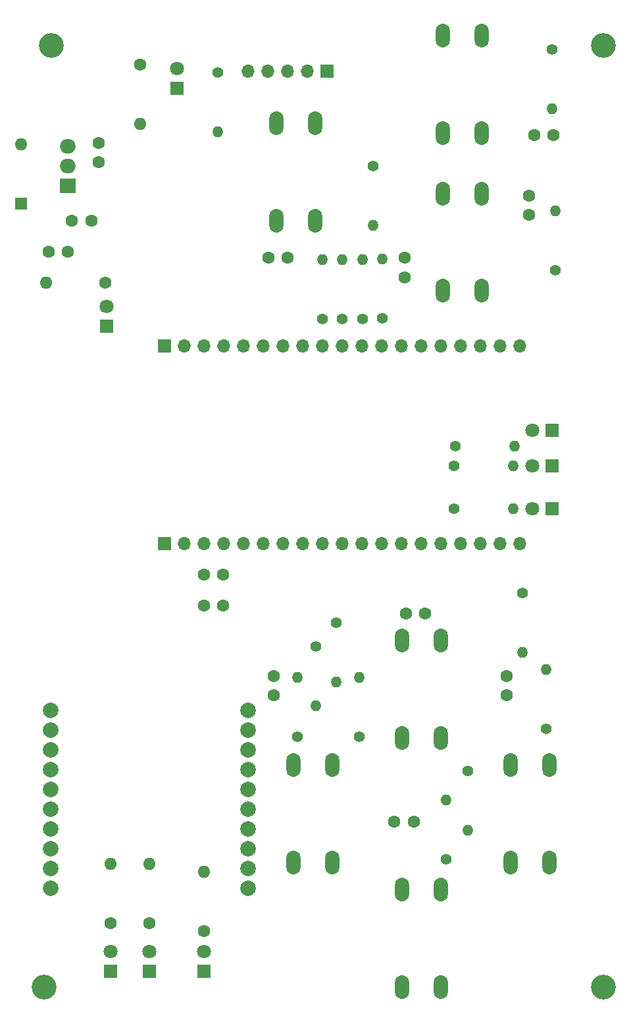
<source format=gbr>
%TF.GenerationSoftware,KiCad,Pcbnew,7.0.2*%
%TF.CreationDate,2024-06-30T13:29:07+09:00*%
%TF.ProjectId,______,b3f3c8ed-fce9-42e6-9b69-6361645f7063,rev?*%
%TF.SameCoordinates,PX6422c40PY981c6e0*%
%TF.FileFunction,Soldermask,Top*%
%TF.FilePolarity,Negative*%
%FSLAX46Y46*%
G04 Gerber Fmt 4.6, Leading zero omitted, Abs format (unit mm)*
G04 Created by KiCad (PCBNEW 7.0.2) date 2024-06-30 13:29:07*
%MOMM*%
%LPD*%
G01*
G04 APERTURE LIST*
%ADD10C,1.400000*%
%ADD11O,1.400000X1.400000*%
%ADD12R,2.000000X1.905000*%
%ADD13O,2.000000X1.905000*%
%ADD14C,1.600000*%
%ADD15C,3.200000*%
%ADD16O,1.600000X1.600000*%
%ADD17O,1.850000X3.048000*%
%ADD18R,1.800000X1.800000*%
%ADD19C,1.800000*%
%ADD20R,1.700000X1.700000*%
%ADD21O,1.700000X1.700000*%
%ADD22C,2.000000*%
%ADD23R,1.600000X1.600000*%
G04 APERTURE END LIST*
D10*
%TO.C,R4*%
X44500000Y50810000D03*
D11*
X44500000Y43190000D03*
%TD*%
D12*
%TO.C,U1*%
X9945000Y106960000D03*
D13*
X9945000Y109500000D03*
X9945000Y112040000D03*
%TD*%
D14*
%TO.C,C1*%
X36500000Y44000000D03*
X36500000Y41500000D03*
%TD*%
%TO.C,C10*%
X27500000Y57000000D03*
X30000000Y57000000D03*
%TD*%
D15*
%TO.C,H4*%
X78910000Y4000000D03*
%TD*%
D10*
%TO.C,R12*%
X47886421Y89898081D03*
D11*
X47886421Y97518081D03*
%TD*%
D10*
%TO.C,R3*%
X47500000Y36190000D03*
D11*
X47500000Y43810000D03*
%TD*%
D14*
%TO.C,C13*%
X7500000Y98500000D03*
X10000000Y98500000D03*
%TD*%
D10*
%TO.C,R7*%
X71500000Y37190000D03*
D11*
X71500000Y44810000D03*
%TD*%
D14*
%TO.C,R22*%
X27500000Y11190000D03*
D16*
X27500000Y18810000D03*
%TD*%
D14*
%TO.C,C3*%
X54500000Y25240000D03*
X52000000Y25240000D03*
%TD*%
%TO.C,R20*%
X20500000Y12190000D03*
D16*
X20500000Y19810000D03*
%TD*%
D15*
%TO.C,H2*%
X7910000Y125000000D03*
%TD*%
D10*
%TO.C,R1*%
X39500000Y36190000D03*
D11*
X39500000Y43810000D03*
%TD*%
D17*
%TO.C,SW2*%
X53000000Y36000000D03*
X53000000Y48500000D03*
X58000000Y36000000D03*
X58000000Y48500000D03*
%TD*%
D14*
%TO.C,C4*%
X66500000Y44000000D03*
X66500000Y41500000D03*
%TD*%
%TO.C,C11*%
X14000000Y112500000D03*
X14000000Y110000000D03*
%TD*%
D17*
%TO.C,SW7*%
X36803081Y102468081D03*
X36803081Y114968081D03*
X41803081Y102468081D03*
X41803081Y114968081D03*
%TD*%
D14*
%TO.C,R21*%
X15500000Y12190000D03*
D16*
X15500000Y19810000D03*
%TD*%
D10*
%TO.C,R11*%
X72303081Y124518081D03*
D11*
X72303081Y116898081D03*
%TD*%
D14*
%TO.C,C5*%
X69303081Y103208081D03*
X69303081Y105708081D03*
%TD*%
D10*
%TO.C,R9*%
X72740623Y96154000D03*
D11*
X72740623Y103774000D03*
%TD*%
D15*
%TO.C,H3*%
X6910000Y4000000D03*
%TD*%
%TO.C,H1*%
X78910000Y125000000D03*
%TD*%
D18*
%TO.C,D9*%
X15000000Y88960000D03*
D19*
X15000000Y91500000D03*
%TD*%
D18*
%TO.C,D1*%
X72303688Y75513042D03*
D19*
X69763688Y75513042D03*
%TD*%
D10*
%TO.C,R5*%
X58650000Y20430000D03*
D11*
X58650000Y28050000D03*
%TD*%
D14*
%TO.C,R23*%
X19303081Y122518081D03*
D16*
X19303081Y114898081D03*
%TD*%
D10*
%TO.C,R6*%
X61500000Y31810000D03*
D11*
X61500000Y24190000D03*
%TD*%
D20*
%TO.C,SW8*%
X43353081Y121683081D03*
D21*
X40813081Y121683081D03*
X38273081Y121683081D03*
X35733081Y121683081D03*
X33193081Y121683081D03*
%TD*%
D14*
%TO.C,C7*%
X53303081Y97708081D03*
X53303081Y95208081D03*
%TD*%
D17*
%TO.C,SW6*%
X58240623Y113724000D03*
X58240623Y126224000D03*
X63240623Y113724000D03*
X63240623Y126224000D03*
%TD*%
D18*
%TO.C,D5*%
X15500000Y6000000D03*
D19*
X15500000Y8540000D03*
%TD*%
D17*
%TO.C,SW3*%
X53000000Y4000000D03*
X53000000Y16500000D03*
X58000000Y4000000D03*
X58000000Y16500000D03*
%TD*%
D10*
%TO.C,R15*%
X29303081Y121518081D03*
D11*
X29303081Y113898081D03*
%TD*%
D17*
%TO.C,SW1*%
X39000000Y20000000D03*
X39000000Y32500000D03*
X44000000Y20000000D03*
X44000000Y32500000D03*
%TD*%
D18*
%TO.C,D4*%
X20500000Y6000000D03*
D19*
X20500000Y8540000D03*
%TD*%
D10*
%TO.C,R10*%
X45303081Y89898081D03*
D11*
X45303081Y97518081D03*
%TD*%
D10*
%TO.C,R2*%
X41888701Y47810000D03*
D11*
X41888701Y40190000D03*
%TD*%
D18*
%TO.C,D3*%
X72303081Y65500000D03*
D19*
X69763081Y65500000D03*
%TD*%
D14*
%TO.C,R24*%
X14810000Y94500000D03*
D16*
X7190000Y94500000D03*
%TD*%
D17*
%TO.C,SW5*%
X58240623Y93468081D03*
X58240623Y105968081D03*
X63240623Y93468081D03*
X63240623Y105968081D03*
%TD*%
D14*
%TO.C,C8*%
X38303081Y97708081D03*
X35803081Y97708081D03*
%TD*%
D22*
%TO.C,U3*%
X33200000Y16710000D03*
X7800000Y16710000D03*
X33200000Y19250000D03*
X7800000Y19250000D03*
X33200000Y21790000D03*
X7800000Y21790000D03*
X33200000Y24330000D03*
X7800000Y24330000D03*
X33200000Y26870000D03*
X7800000Y26870000D03*
X33200000Y29410000D03*
X7800000Y29410000D03*
X33200000Y31950000D03*
X7800000Y31950000D03*
X33200000Y34490000D03*
X7800000Y34490000D03*
X33200000Y37030000D03*
X7800000Y37030000D03*
X33200000Y39570000D03*
X7800000Y39570000D03*
%TD*%
D10*
%TO.C,R13*%
X49303081Y109518081D03*
D11*
X49303081Y101898081D03*
%TD*%
D23*
%TO.C,D8*%
X4000000Y104690000D03*
D16*
X4000000Y112310000D03*
%TD*%
D14*
%TO.C,C2*%
X53500000Y52000000D03*
X56000000Y52000000D03*
%TD*%
%TO.C,C6*%
X70000000Y113500000D03*
X72500000Y113500000D03*
%TD*%
%TO.C,C12*%
X10500000Y102500000D03*
X13000000Y102500000D03*
%TD*%
D18*
%TO.C,D2*%
X72303688Y70971277D03*
D19*
X69763688Y70971277D03*
%TD*%
D10*
%TO.C,R18*%
X59690000Y71000000D03*
D11*
X67310000Y71000000D03*
%TD*%
D18*
%TO.C,D7*%
X24000000Y119500000D03*
D19*
X24000000Y122040000D03*
%TD*%
D10*
%TO.C,R19*%
X59690000Y65500000D03*
D11*
X67310000Y65500000D03*
%TD*%
D10*
%TO.C,R8*%
X68500000Y54620000D03*
D11*
X68500000Y47000000D03*
%TD*%
D17*
%TO.C,SW4*%
X67000000Y20000000D03*
X67000000Y32500000D03*
X72000000Y20000000D03*
X72000000Y32500000D03*
%TD*%
D10*
%TO.C,R14*%
X50488977Y89975936D03*
D11*
X50488977Y97595936D03*
%TD*%
D10*
%TO.C,R16*%
X42760977Y89896266D03*
D11*
X42760977Y97516266D03*
%TD*%
D20*
%TO.C,U2*%
X22443081Y61008081D03*
D21*
X24983081Y61008081D03*
X27523081Y61008081D03*
X30063081Y61008081D03*
X32603081Y61008081D03*
X35143081Y61008081D03*
X37683081Y61008081D03*
X40223081Y61008081D03*
X42763081Y61008081D03*
X45303081Y61008081D03*
X47843081Y61008081D03*
X50383081Y61008081D03*
X52923081Y61008081D03*
X55463081Y61008081D03*
X58003081Y61008081D03*
X60543081Y61008081D03*
X63083081Y61008081D03*
X65623081Y61008081D03*
X68163081Y61008081D03*
D20*
X22443081Y86408081D03*
D21*
X24983081Y86408081D03*
X27523081Y86408081D03*
X30063081Y86408081D03*
X32603081Y86408081D03*
X35143081Y86408081D03*
X37683081Y86408081D03*
X40223081Y86408081D03*
X42763081Y86408081D03*
X45303081Y86408081D03*
X47843081Y86408081D03*
X50383081Y86408081D03*
X52923081Y86408081D03*
X55463081Y86408081D03*
X58003081Y86408081D03*
X60543081Y86408081D03*
X63083081Y86408081D03*
X65623081Y86408081D03*
X68163081Y86408081D03*
%TD*%
D10*
%TO.C,R17*%
X59880000Y73500000D03*
D11*
X67500000Y73500000D03*
%TD*%
D18*
%TO.C,D6*%
X27500000Y6000000D03*
D19*
X27500000Y8540000D03*
%TD*%
D14*
%TO.C,C9*%
X27500000Y53000000D03*
X30000000Y53000000D03*
%TD*%
M02*

</source>
